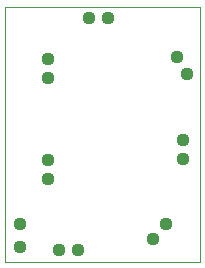
<source format=gbs>
G75*
%MOIN*%
%OFA0B0*%
%FSLAX24Y24*%
%IPPOS*%
%LPD*%
%AMOC8*
5,1,8,0,0,1.08239X$1,22.5*
%
%ADD10C,0.0000*%
%ADD11C,0.0437*%
D10*
X002392Y002517D02*
X002392Y011017D01*
X008892Y011017D01*
X008892Y002517D01*
X002392Y002517D01*
D11*
X002892Y003017D03*
X002892Y003767D03*
X004204Y002892D03*
X004829Y002892D03*
X003829Y005267D03*
X003829Y005892D03*
X003829Y008642D03*
X003829Y009267D03*
X005204Y010642D03*
X005829Y010642D03*
X008142Y009329D03*
X008454Y008767D03*
X008329Y006579D03*
X008329Y005954D03*
X007767Y003767D03*
X007329Y003267D03*
M02*

</source>
